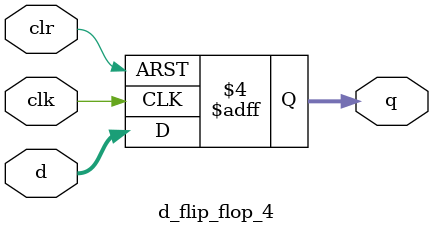
<source format=v>

module top (
    input clk,
    input rst,
    input Write_Reg, 
    input [2:0] Change_M,
    input [3:0] R_Addr_A,
    input [3:0] R_Addr_B,
    input [3:0] R_Addr_C,
    input [3:0] W_Addr,
    input [31:0] W_Data,
    input W_SPSR_s,
    input [2:0] W_CPSR_s,
    input Write_SPSR,
    input Write_CPSR,
    input [31:0] SPSR_New,
    input [31:0] CPSR_New,
    input [3:0] MASK,
    input [3:0] NZCV,
    input S,

    output [31:0] R_Data_A,
    output [31:0] R_Data_B,
    output [31:0] R_Data_C,
    output [31:0] SPSR_fiq,
    output [31:0] SPSR_irq,
    output [31:0] SPSR_abt,
    output [31:0] SPSR_svc,
    output [31:0] SPSR_und,
    output [31:0] SPSR_mon,
    output [31:0] SPSR_hyp,
    output [31:0] CPSR
);
    
    register_pile register (
        ~clk,
        rst,
        Write_Reg,
        Change_M,
        R_Addr_A,
        R_Addr_B,
        R_Addr_C,
        W_Addr,
        CPSR,
        W_Data,

        R_Data_A,
        R_Data_B,
        R_Data_C
    );

    Reg_CPSR CPSR_module(
        clk,
        rst, 
        W_SPSR_s,
        W_CPSR_s,
        Write_SPSR,
        Write_CPSR,
        SPSR_New,
        CPSR_New,
        MASK,
        NZCV,
        Change_M,
        S,
        SPSR_fiq,
        SPSR_irq,
        SPSR_abt,
        SPSR_svc,
        SPSR_und,
        SPSR_mon,
        SPSR_hyp,
        CPSR
    );


endmodule

module register_pile(
    input clk,
    input rst,
    input Write_Reg, 
    input [2:0] Change_M,
    input [3:0] R_Addr_A,
    input [3:0] R_Addr_B,
    input [3:0] R_Addr_C,
    input [3:0] W_Addr,
    input [31:0] CPSR,
    input [31:0] W_Data,
    
    output [31:0] R_Data_A,
    output [31:0] R_Data_B,
    output [31:0] R_Data_C
    );
    
    reg [4:0] M;
    reg [31:0] REG_Pile [0:15];
    reg [31:0] REG_File_user [0:15];
    reg [31:0] REG_File_fiq [8:12];
    reg [31:0] R_fiq[13:14], R_svc[13:14],R_abt[13:14],R_irq[13:14],R_und[13:14],R_mon[13:14],R_hyp;
    
    integer i;
    
    always@(Change_M or CPSR[4:0]) begin
        case(Change_M)
            3'd0: M <= CPSR[4:0];
            3'd1: M <= 5'b10001; //fiq
            3'd2: M <= 5'b10010; //irq
            3'd3: M <= 5'b10011; //svc
            3'd4: M <= 5'b11011; //und
        endcase
    end
    
    always@ (posedge clk) begin
        for(i=0;i<13;i=i+1)
            REG_Pile[i] <= REG_File_user[i];
        if(CPSR[1:0] == 2'b01)
            begin
                REG_Pile[8] <= REG_File_fiq[8];
                REG_Pile[9] <= REG_File_fiq[9];
                REG_Pile[10] <= REG_File_fiq[10];
                REG_Pile[11] <= REG_File_fiq[11];
                REG_Pile[12] <= REG_File_fiq[12];
            end
            
           case(M[3:0])
        //two ways selecter
    //user
            4'b0000:
                begin
                    REG_Pile[13] <= REG_File_user[13];
                    REG_Pile[14] <= REG_File_user[14];
                end
   //sys
            4'b1111:
                 begin
                   REG_Pile[13] <= REG_File_user[13];
                   REG_Pile[14] <= REG_File_user[14];
                end
    //fiq
            4'b0001:
                begin
                    REG_Pile[13] <= R_fiq[13];
                    REG_Pile[14] <= R_fiq[14];
                end
    //irq
            4'b0010:
                begin
                    REG_Pile[13] <= R_irq[13];
                    REG_Pile[14] <= R_irq[14];
                end
    //svc
            4'b0011:
                begin
                    REG_Pile[13] <= R_svc[13];
                    REG_Pile[14] <= R_svc[14];
                end
    //mon
            4'b0110:
                 begin
                    REG_Pile[13] <= R_mon[13];
                    REG_Pile[14] <= R_mon[14];
                end            
    //abt
            4'b0111:
                 begin
                    REG_Pile[13] <= R_abt[13];
                    REG_Pile[14] <= R_abt[14];
                end
    //hyp
            4'b1010:
                 begin
                    REG_Pile[13] <= R_hyp;
                end
    //und
            4'b1011:
                 begin
                   REG_Pile[13] <= R_und[13];
                   REG_Pile[14] <= R_und[14];
                end
             default:;
        endcase
    end
   
    always@ (posedge clk or posedge rst) begin   
        if(rst) begin
            for( i = 0;i < 16;i = i + 1)
            begin
                REG_Pile[i] <= 0;
                REG_File_user[i]<=0;
                REG_File_fiq[i]<=0;
                R_fiq[i] <= 0;
                R_svc[i] <= 0;
                R_abt[i] <= 0;
                R_irq[i] <= 0;
                R_und[i] <= 0;
                R_mon[i] <= 0;
            end
            R_hyp<=0;
        end
        else if(Write_Reg) begin
                //分配器     
            if(W_Addr < 8)
                REG_File_user[W_Addr] <= W_Data;
            else if(W_Addr >= 8 && W_Addr < 13)
                case(CPSR[1:0])
                    2'b01:REG_File_fiq[W_Addr] <= W_Data;
                    default:
                        REG_File_user[W_Addr] <= W_Data;
                endcase
            else
                case(M[3:0])
                    4'b0000:REG_File_user[W_Addr] <= W_Data;
                    4'b1111:REG_File_user[W_Addr] <= W_Data;
                    4'b0001:R_fiq[W_Addr] <= W_Data;
                    4'b0010:R_irq[W_Addr] <= W_Data;
                    4'b0011:R_svc[W_Addr] <= W_Data;
                    4'b0110:R_mon[W_Addr] <= W_Data;
                    4'b0111:R_abt[W_Addr] <= W_Data;
                    4'b1010:R_hyp <= W_Data;
                    4'b1011:R_und[W_Addr] <= W_Data;
                    default:;
                endcase
        end          
    end
    
    assign R_Data_A = REG_Pile[R_Addr_A];
    assign R_Data_B = REG_Pile[R_Addr_B];
    assign R_Data_C = REG_Pile[R_Addr_C];
    
endmodule

module Reg_CPSR(
    input clk, 
    input rst,
    input W_SPSR_s,
    input [2:0] W_CPSR_s,
    input Write_SPSR,
    input Write_CPSR,
    input [31:0] SPSR_New,
    input [31:0] CPSR_New,
    input [3:0] MASK,
    input [3:0] NZCV,
    input [2:0] Change_M,
    input S,
    
    output  [31:0] SPSR_fiq,
    output  [31:0] SPSR_irq,
    output  [31:0] SPSR_abt,
    output  [31:0] SPSR_svc,
    output  [31:0] SPSR_und,
    output  [31:0] SPSR_mon,
    output  [31:0] SPSR_hyp,
    output  [31:0] CPSR
    );
    reg [31:0] Curr_SPSR, CPSR_in;
    wire [31:0] new_SPSR;
    reg [6:0] clk_m;
    reg [4:0] M;
    
    assign new_SPSR = (W_SPSR_s == 1)? CPSR : SPSR_New;
//    assign CPSR_in = (W_CPSR_s == 1)? CPSR_New : Curr_SPSR;
    
    always@(Change_M or CPSR[4:0]) begin
        case(Change_M)
            3'd0: M <= CPSR[4:0];
            3'd1: M <= 5'b10001; //fiq
            3'd2: M <= 5'b10010; //irq
            3'd3: M <= 5'b10011; //svc
            3'd4: M <= 5'b11011; //und
        endcase
    end
    
    
    always@(W_CPSR_s)begin
        if(M[4]) begin
            case(M[3:0])
                4'b0001: begin 
                    Curr_SPSR = SPSR_fiq;
                end
                4'b0010: begin 
                    Curr_SPSR = SPSR_irq;
                end
                4'b0011: begin 
                    Curr_SPSR = SPSR_svc;
                end 
                4'b0110: begin 
                    Curr_SPSR = SPSR_mon;
                end
                4'b0111: begin 
                    Curr_SPSR = SPSR_abt;
                end
                4'b1010: begin 
                    Curr_SPSR = SPSR_hyp;
                end
                4'b1011: begin 
                    Curr_SPSR = SPSR_und;
                end
                default:;
            endcase
        end
        case(W_CPSR_s)
            3'd0: CPSR_in <= Curr_SPSR;
            3'd1: CPSR_in <= CPSR_New;
            3'd2: CPSR_in <= {CPSR[31:8],8'h92}; //irq
            3'd3: CPSR_in <= {CPSR[31:8],8'hD1}; //fiq
            3'd4: CPSR_in <= {CPSR[31:8],8'h93}; //svc
            3'd5: CPSR_in <= {CPSR[31:8],8'h1B}; //und
        endcase
    end
    
    always@(M[4:0]) begin
        if(M[4]) begin
            case(M[3:0])
                4'b0001: begin 
                    clk_m = 7'b0000001; 
                    Curr_SPSR = SPSR_fiq;
                end
                4'b0010: begin 
                    clk_m = 7'b0000010; 
                    Curr_SPSR = SPSR_irq;
                end
                4'b0011: begin 
                    clk_m = 7'b0000100; 
                    Curr_SPSR = SPSR_svc;
                end 
                4'b0110: begin 
                    clk_m = 7'b0001000; 
                    Curr_SPSR = SPSR_mon;
                end
                4'b0111: begin 
                    clk_m = 7'b0010000; 
                    Curr_SPSR = SPSR_abt;
                end
                4'b1010: begin 
                    clk_m = 7'b0100000; 
                    Curr_SPSR = SPSR_hyp;
                end
                4'b1011: begin 
                    clk_m = 7'b1000000; 
                    Curr_SPSR = SPSR_und;
                end
                default:;
            endcase
        end
    end

    
    //SPSR
    d_flip_flop_32 D_SPSR_fiq(
        .d(new_SPSR),
        .clk(~clk * Write_SPSR * clk_m[0]),
        .q(SPSR_fiq)
    );
    d_flip_flop_32 D_SPSR_irq(
        .d(new_SPSR),
        .clk(~clk * Write_SPSR * clk_m[1]),
        .q(SPSR_irq)
    );
    d_flip_flop_32 D_SPSR_svc(
        .d(new_SPSR),
        .clk(~clk * Write_SPSR * clk_m[2]),
        .q(SPSR_svc)
    );
    d_flip_flop_32 D_SPSR_mon(
        .d(new_SPSR),
        .clk(~clk * Write_SPSR * clk_m[3]),
        .q(SPSR_mon)
    );
    d_flip_flop_32 D_SPSR_abt(
        .d(new_SPSR),
        .clk(~clk * Write_SPSR * clk_m[4]),
        .q(SPSR_abt)
    );
    d_flip_flop_32 D_SPSR_hyp(
        .d(new_SPSR),
        .clk(~clk * Write_SPSR * clk_m[5]),
        .q(SPSR_hyp)
    );
    d_flip_flop_32 D_SPSR_und(
        .d(new_SPSR),
        .clk(~clk * Write_SPSR * clk_m[6]),
        .q(SPSR_und)
    );
    
    //CPSR
    d_flip_flop_8 D_CPSR_7_0(
        .d(CPSR_in[7:0]),
        .clk(~clk * Write_CPSR * ~(W_CPSR_s[0] * ~MASK[0] * ~W_CPSR_s[1] * ~W_CPSR_s[2])),
        .q(CPSR[7:0])
    );
    d_flip_flop_8 D_CPSR_15_8(
        .d(CPSR_in[15:8]),
        .clk(~clk * Write_CPSR * ((~W_CPSR_s[0]*~W_CPSR_s[1]*~W_CPSR_s[2])+(~W_CPSR_s[1]*~W_CPSR_s[2]*MASK[1]))),
        .q(CPSR[15:8])
    );
    d_flip_flop_8 D_CPSR_23_16(
        .d(CPSR_in[23:16]),
        .clk(~clk * Write_CPSR * ((~W_CPSR_s[0]*~W_CPSR_s[1]*~W_CPSR_s[2])+(~W_CPSR_s[1]*~W_CPSR_s[2]*MASK[2]))),
        .q(CPSR[23:16])
    );
    d_flip_flop_4 D_CPSR_27_24(
        .d(CPSR_in[27:24]),
        .clk(~clk * Write_CPSR * ((~W_CPSR_s[0]*~W_CPSR_s[1]*~W_CPSR_s[2])+(~W_CPSR_s[1]*~W_CPSR_s[2]*MASK[3]))),
        .q(CPSR[27:24])
    );
    d_flip_flop_4 D_CPSR_31_28(
        .d((S==0)? CPSR_in[31:28] : NZCV),
        .clk((~clk * Write_CPSR * ((~W_CPSR_s[0]*~W_CPSR_s[1]*~W_CPSR_s[2])+(~W_CPSR_s[1]*~W_CPSR_s[2]*MASK[3])))+(~clk  *  S)),
        .q(CPSR[31:28])
    );
endmodule

module d_flip_flop_32(
    input [31:0]d,
    input clk,
    input clr,
    output reg [31:0] q
    );
        
    always@ (posedge clk or posedge clr) begin
        if(clr) begin
            q <= 0; 
        end
        else begin
            q <= d;
        end
    end
    
endmodule
module d_flip_flop_8(
    input [7:0]d,
    input clk,
    input clr,
    output reg [7:0] q
    );
        
    always@ (posedge clk or posedge clr) begin
        if(clr) begin
            q <= 0; 
        end
        else begin
            q <= d;
        end
    end
    
endmodule
module d_flip_flop_4(
    input [3:0]d,
    input clk,
    input clr,
    output reg [3:0] q
    );
        
    always@ (posedge clk or posedge clr) begin
        if(clr) begin
            q <= 0; 
        end
        else begin
            q <= d;
        end
    end
    
endmodule
</source>
